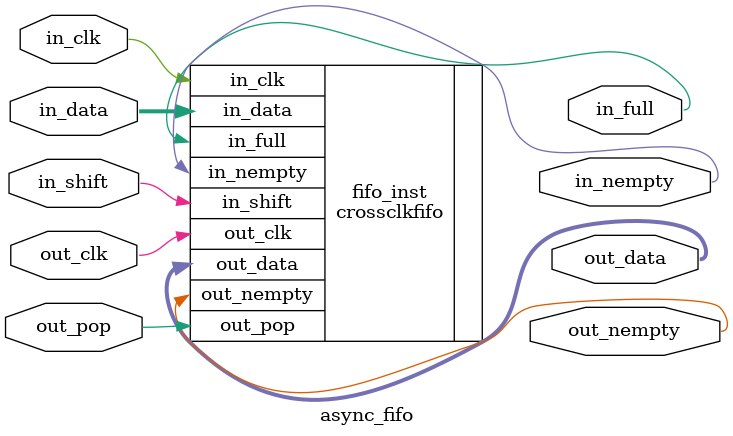
<source format=v>

`ifndef ASYNC_FIFO_V
`define ASYNC_FIFO_V

`include "../3rdparty/crossclkfifo/crossclkfifo.v"
`include "../3rdparty/afifo.v"

module async_fifo #(
	parameter WIDTH = 8,
	parameter DEPTH = 16
) (
	input wire in_clk,
	input wire in_shift,
	input wire [WIDTH-1:0] in_data,
	output wire in_full,
	output wire in_nempty,
	input wire out_clk,
	input wire out_pop,
	output wire [WIDTH-1:0] out_data,
	output wire out_nempty
);

    crossclkfifo #(
		.WIDTH(WIDTH),
		.DEPTH(DEPTH)
	) fifo_inst (
        .in_clk(in_clk),
        .in_shift(in_shift),
        .in_data(in_data),
        .in_full(in_full),
        .in_nempty(in_nempty),
        .out_clk(out_clk),
        .out_pop(out_pop),
        .out_data(out_data),
        .out_nempty(out_nempty)
    );

endmodule

`endif
</source>
